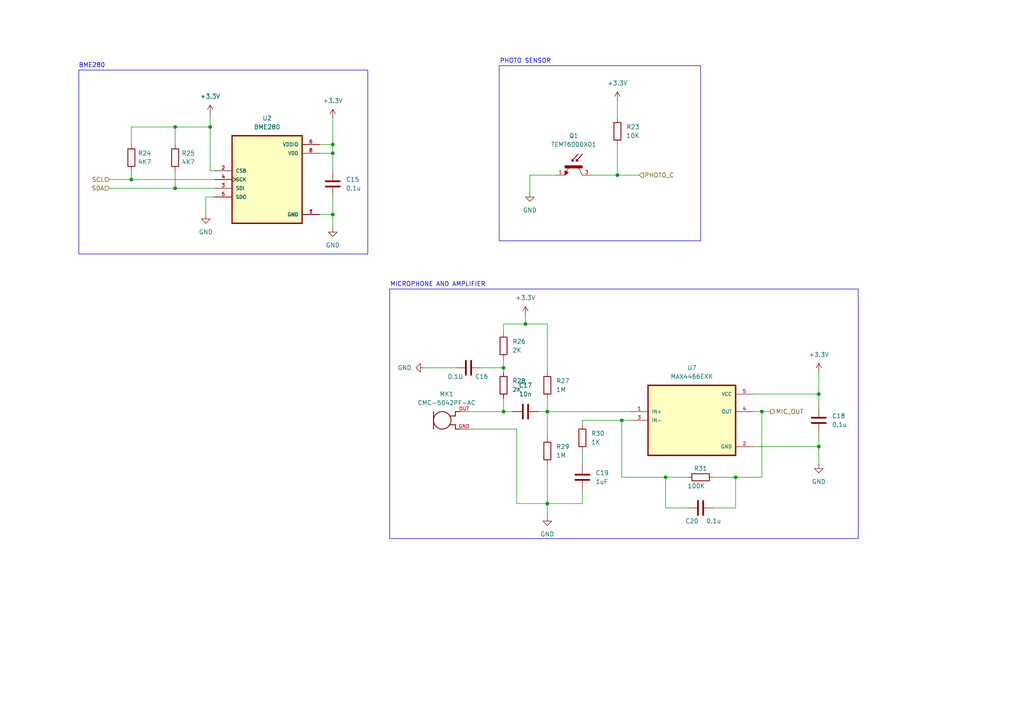
<source format=kicad_sch>
(kicad_sch (version 20250114) (generator "eeschema") (generator_version "9.0")
  (paper "A4")
  (lib_symbols
    (symbol "BME280:BME280" (pin_names (offset 1.016))
      (property "Reference" "U" (at -10.1662 13.3431 0))
      (property "Value" "BME280" (at -10.1683 -15.2524 0))
      (symbol "BME280_0_0"
        (rectangle (start -10.16 -12.7) (end 10.16 12.7) (stroke (width 0.4064)) (fill (type background)))
        (pin input line (at -15.24 2.54 0) (length 5.08) (name "CSB") (number "2"))
        (pin input clock (at -15.24 0 0) (length 5.08) (name "SCK") (number "4"))
        (pin bidirectional line (at -15.24 -2.54 0) (length 5.08) (name "SDI") (number "3"))
        (pin bidirectional line (at -15.24 -5.08 0) (length 5.08) (name "SDO") (number "5"))
        (pin power_in line (at 15.24 10.16 180) (length 5.08) (name "VDDIO") (number "6"))
        (pin power_in line (at 15.24 7.62 180) (length 5.08) (name "VDD") (number "8"))
        (pin power_in line (at 15.24 -10.16 180) (length 5.08) (name "GND") (number "1"))
        (pin power_in line (at 15.24 -10.16 180) (length 5.08) (name "GND") (number "7"))
      )
    )
    (symbol "CMC-5042PF-AC:CMC-5042PF-AC" (pin_names (offset 1.016))
      (property "Reference" "MK" (at -2.5424 5.0848 0))
      (property "Value" "CMC-5042PF-AC" (at -2.5442 -6.3606 0))
      (symbol "CMC-5042PF-AC_0_0"
        (polyline (pts (xy -2.54 2.54) (xy -2.54 -2.54)) (stroke (width 0.254)))
        (circle (center 0 0) (radius 2.54) (stroke (width 0.254)))
        (polyline (pts (xy 3.81 2.54) (xy 3.81 1.27)) (stroke (width 0.254)))
        (polyline (pts (xy 3.81 1.27) (xy 2.2352 1.27)) (stroke (width 0.254)))
        (polyline (pts (xy 3.81 -1.27) (xy 2.2352 -1.27)) (stroke (width 0.254)))
        (polyline (pts (xy 3.81 -2.54) (xy 3.81 -1.27)) (stroke (width 0.254)))
        (polyline (pts (xy 5.08 2.54) (xy 3.81 2.54)) (stroke (width 0.254)))
        (polyline (pts (xy 5.08 -2.54) (xy 3.81 -2.54)) (stroke (width 0.254)))
        (pin output line (at 7.62 2.54 180) (length 2.54) (name "~") (number "OUT"))
        (pin power_in line (at 7.62 -2.54 180) (length 2.54) (name "~") (number "GND"))
      )
    )
    (symbol "Device:C" (pin_numbers (hide yes)) (pin_names (offset 0.254))
      (property "Reference" "C" (at 0.635 2.54 0))
      (property "Value" "C" (at 0.635 -2.54 0))
      (symbol "C_0_1"
        (polyline (pts (xy -2.032 0.762) (xy 2.032 0.762)) (stroke (width 0.508)))
        (polyline (pts (xy -2.032 -0.762) (xy 2.032 -0.762)) (stroke (width 0.508)))
      )
      (symbol "C_1_1"
        (pin passive line (at 0 3.81 270) (length 2.794) (name "~") (number "1"))
        (pin passive line (at 0 -3.81 90) (length 2.794) (name "~") (number "2"))
      )
    )
    (symbol "Device:R" (pin_numbers (hide yes)) (pin_names (offset 0))
      (property "Reference" "R" (at 2.032 0 90))
      (property "Value" "R" (at 0 0 90))
      (symbol "R_0_1"
        (rectangle (start -1.016 -2.54) (end 1.016 2.54) (stroke (width 0.254)))
      )
      (symbol "R_1_1"
        (pin passive line (at 0 3.81 270) (length 1.27) (name "~") (number "1"))
        (pin passive line (at 0 -3.81 90) (length 1.27) (name "~") (number "2"))
      )
    )
    (symbol "MAX4466EXK:MAX4466EXK" (pin_names (offset 1.016))
      (property "Reference" "U" (at -12.7 11.16 0))
      (property "Value" "MAX4466EXK" (at -12.7 -14.16 0))
      (symbol "MAX4466EXK_0_0"
        (rectangle (start -12.7 -10.16) (end 12.7 10.16) (stroke (width 0.41)) (fill (type background)))
        (pin input line (at -17.78 2.54 0) (length 5.08) (name "IN+") (number "1"))
        (pin input line (at -17.78 0 0) (length 5.08) (name "IN-") (number "3"))
        (pin power_in line (at 17.78 7.62 180) (length 5.08) (name "VCC") (number "5"))
        (pin output line (at 17.78 2.54 180) (length 5.08) (name "OUT") (number "4"))
        (pin power_in line (at 17.78 -7.62 180) (length 5.08) (name "GND") (number "2"))
      )
    )
    (symbol "TEMT6000X01:TEMT6000X01" (pin_names (offset 1.016))
      (property "Reference" "Q" (at 5.0999 0 0))
      (property "Value" "TEMT6000X01" (at 5.0887 -2.5444 0))
      (symbol "TEMT6000X01_0_0"
        (polyline (pts (xy -3.556 2.54) (xy -1.524 0.762)) (stroke (width 0.254)))
        (polyline (pts (xy -3.556 1.27) (xy -1.524 -0.508)) (stroke (width 0.254)))
        (polyline (pts (xy -2.032 0.762) (xy -1.524 1.27)) (stroke (width 0.254)))
        (polyline (pts (xy -2.032 -0.508) (xy -1.524 0)) (stroke (width 0.254)))
        (polyline (pts (xy -1.524 1.27) (xy -1.524 0.762)) (stroke (width 0.254)))
        (polyline (pts (xy -1.524 0.762) (xy -2.032 0.762)) (stroke (width 0.254)))
        (polyline (pts (xy -1.524 0) (xy -1.524 -0.508)) (stroke (width 0.254)))
        (polyline (pts (xy -1.524 -0.508) (xy -2.032 -0.508)) (stroke (width 0.254)))
        (rectangle (start -0.2547 -2.5468) (end 0.508 2.54) (stroke (width 0.1)) (fill (type outline)))
        (polyline (pts (xy 1.27 -2.54) (xy 1.778 -1.524)) (stroke (width 0.1524)))
        (polyline (pts (xy 1.524 -2.286) (xy 1.905 -2.286)) (stroke (width 0.254)))
        (polyline (pts (xy 1.524 -2.413) (xy 2.286 -2.413)) (stroke (width 0.254)))
        (polyline (pts (xy 1.54 -2.04) (xy 0.308 -1.424)) (stroke (width 0.1524)))
        (polyline (pts (xy 1.778 -1.524) (xy 2.54 -2.54)) (stroke (width 0.1524)))
        (polyline (pts (xy 1.778 -1.778) (xy 1.524 -2.286)) (stroke (width 0.254)))
        (polyline (pts (xy 1.905 -2.286) (xy 1.778 -2.032)) (stroke (width 0.254)))
        (polyline (pts (xy 2.286 -2.413) (xy 1.778 -1.778)) (stroke (width 0.254)))
        (polyline (pts (xy 2.54 2.54) (xy 0.508 1.524)) (stroke (width 0.1524)))
        (polyline (pts (xy 2.54 -2.54) (xy 1.27 -2.54)) (stroke (width 0.1524)))
        (pin passive line (at 2.54 5.08 270) (length 2.54) (name "~") (number "3"))
        (pin passive line (at 2.54 -5.08 90) (length 2.54) (name "~") (number "1"))
      )
    )
    (symbol "power:+3.3V" (power) (pin_numbers (hide yes)) (pin_names (offset 0) (hide yes))
      (property "Value" "+3.3V" (at 0 3.556 0))
      (symbol "+3.3V_0_1"
        (polyline (pts (xy -0.762 1.27) (xy 0 2.54)))
        (polyline (pts (xy 0 2.54) (xy 0.762 1.27)))
        (polyline (pts (xy 0 0) (xy 0 2.54)))
      )
      (symbol "+3.3V_1_1"
        (pin power_in line (at 0 0 90) (length 0) (name "~") (number "1"))
      )
    )
    (symbol "power:GND" (power) (pin_numbers (hide yes)) (pin_names (offset 0) (hide yes))
      (property "Value" "GND" (at 0 -3.81 0))
      (symbol "GND_0_1"
        (polyline (pts (xy 0 0) (xy 0 -1.27) (xy 1.27 -1.27) (xy 0 -2.54) (xy -1.27 -1.27) (xy 0 -1.27)))
      )
      (symbol "GND_1_1"
        (pin power_in line (at 0 0 270) (length 0) (name "~") (number "1"))
      )
    )
  )
  (rectangle (start 144.78 19.05) (end 203.2 69.85))
  (rectangle (start 113.03 83.82) (end 248.92 156.21))
  (rectangle (start 22.86 20.32) (end 106.68 73.66))
  (text "MICROPHONE AND AMPLIFIER\n" (at 127 82.55 0) (effects (font (size 1.27 1.27))))
  (text "BME280" (at 26.67 19.05 0) (effects (font (size 1.27 1.27))))
  (text "PHOTO SENSOR\n" (at 152.4 17.78 0) (effects (font (size 1.27 1.27))))
  (junction (at 96.52 44.45))
  (junction (at 179.07 50.8))
  (junction (at 96.52 41.91))
  (junction (at 158.75 146.05))
  (junction (at 60.96 36.83))
  (junction (at 213.36 138.43))
  (junction (at 237.49 114.3))
  (junction (at 193.04 138.43))
  (junction (at 50.8 54.61))
  (junction (at 96.52 62.23))
  (junction (at 152.4 93.98))
  (junction (at 146.05 106.68))
  (junction (at 158.75 119.38))
  (junction (at 180.34 121.92))
  (junction (at 220.98 119.38))
  (junction (at 50.8 36.83))
  (junction (at 38.1 52.07))
  (junction (at 237.49 129.54))
  (junction (at 146.05 119.38))
  (wire (pts (xy 158.75 93.98) (xy 158.75 107.95)))
  (wire (pts (xy 50.8 54.61) (xy 62.23 54.61)))
  (wire (pts (xy 96.52 62.23) (xy 96.52 57.15)))
  (wire (pts (xy 193.04 138.43) (xy 193.04 147.32)))
  (wire (pts (xy 96.52 49.53) (xy 96.52 44.45)))
  (wire (pts (xy 123.19 106.68) (xy 132.08 106.68)))
  (wire (pts (xy 38.1 41.91) (xy 38.1 36.83)))
  (wire (pts (xy 152.4 93.98) (xy 158.75 93.98)))
  (wire (pts (xy 149.86 124.46) (xy 149.86 146.05)))
  (wire (pts (xy 179.07 50.8) (xy 171.45 50.8)))
  (wire (pts (xy 237.49 107.95) (xy 237.49 114.3)))
  (wire (pts (xy 31.75 52.07) (xy 38.1 52.07)))
  (wire (pts (xy 146.05 119.38) (xy 148.59 119.38)))
  (wire (pts (xy 237.49 114.3) (xy 237.49 118.11)))
  (wire (pts (xy 180.34 138.43) (xy 180.34 121.92)))
  (wire (pts (xy 193.04 138.43) (xy 180.34 138.43)))
  (wire (pts (xy 168.91 123.19) (xy 168.91 121.92)))
  (wire (pts (xy 62.23 57.15) (xy 59.69 57.15)))
  (wire (pts (xy 213.36 147.32) (xy 213.36 138.43)))
  (wire (pts (xy 213.36 138.43) (xy 220.98 138.43)))
  (wire (pts (xy 168.91 130.81) (xy 168.91 134.62)))
  (wire (pts (xy 31.75 54.61) (xy 50.8 54.61)))
  (wire (pts (xy 60.96 33.02) (xy 60.96 36.83)))
  (wire (pts (xy 146.05 106.68) (xy 146.05 107.95)))
  (wire (pts (xy 146.05 93.98) (xy 146.05 96.52)))
  (wire (pts (xy 218.44 119.38) (xy 220.98 119.38)))
  (wire (pts (xy 218.44 114.3) (xy 237.49 114.3)))
  (wire (pts (xy 179.07 41.91) (xy 179.07 50.8)))
  (wire (pts (xy 149.86 146.05) (xy 158.75 146.05)))
  (wire (pts (xy 135.89 119.38) (xy 146.05 119.38)))
  (wire (pts (xy 179.07 29.21) (xy 179.07 34.29)))
  (wire (pts (xy 50.8 49.53) (xy 50.8 54.61)))
  (wire (pts (xy 135.89 124.46) (xy 149.86 124.46)))
  (wire (pts (xy 168.91 121.92) (xy 180.34 121.92)))
  (wire (pts (xy 218.44 129.54) (xy 237.49 129.54)))
  (wire (pts (xy 146.05 93.98) (xy 152.4 93.98)))
  (wire (pts (xy 96.52 44.45) (xy 96.52 41.91)))
  (wire (pts (xy 158.75 127) (xy 158.75 119.38)))
  (wire (pts (xy 96.52 41.91) (xy 96.52 34.29)))
  (wire (pts (xy 60.96 36.83) (xy 60.96 49.53)))
  (wire (pts (xy 207.01 138.43) (xy 213.36 138.43)))
  (wire (pts (xy 161.29 50.8) (xy 153.67 50.8)))
  (wire (pts (xy 92.71 44.45) (xy 96.52 44.45)))
  (wire (pts (xy 38.1 36.83) (xy 50.8 36.83)))
  (wire (pts (xy 237.49 129.54) (xy 237.49 125.73)))
  (wire (pts (xy 50.8 36.83) (xy 60.96 36.83)))
  (wire (pts (xy 158.75 115.57) (xy 158.75 119.38)))
  (wire (pts (xy 207.01 147.32) (xy 213.36 147.32)))
  (wire (pts (xy 62.23 49.53) (xy 60.96 49.53)))
  (wire (pts (xy 153.67 50.8) (xy 153.67 55.88)))
  (wire (pts (xy 139.7 106.68) (xy 146.05 106.68)))
  (wire (pts (xy 237.49 129.54) (xy 237.49 134.62)))
  (wire (pts (xy 92.71 41.91) (xy 96.52 41.91)))
  (wire (pts (xy 220.98 119.38) (xy 223.52 119.38)))
  (wire (pts (xy 156.21 119.38) (xy 158.75 119.38)))
  (wire (pts (xy 96.52 62.23) (xy 96.52 66.04)))
  (wire (pts (xy 179.07 50.8) (xy 185.42 50.8)))
  (wire (pts (xy 59.69 57.15) (xy 59.69 62.23)))
  (wire (pts (xy 199.39 147.32) (xy 193.04 147.32)))
  (wire (pts (xy 158.75 146.05) (xy 168.91 146.05)))
  (wire (pts (xy 168.91 142.24) (xy 168.91 146.05)))
  (wire (pts (xy 220.98 119.38) (xy 220.98 138.43)))
  (wire (pts (xy 38.1 52.07) (xy 62.23 52.07)))
  (wire (pts (xy 146.05 115.57) (xy 146.05 119.38)))
  (wire (pts (xy 146.05 104.14) (xy 146.05 106.68)))
  (wire (pts (xy 38.1 49.53) (xy 38.1 52.07)))
  (wire (pts (xy 180.34 121.92) (xy 182.88 121.92)))
  (wire (pts (xy 92.71 62.23) (xy 96.52 62.23)))
  (wire (pts (xy 199.39 138.43) (xy 193.04 138.43)))
  (wire (pts (xy 158.75 119.38) (xy 182.88 119.38)))
  (wire (pts (xy 158.75 146.05) (xy 158.75 149.86)))
  (wire (pts (xy 158.75 134.62) (xy 158.75 146.05)))
  (wire (pts (xy 152.4 91.44) (xy 152.4 93.98)))
  (wire (pts (xy 50.8 41.91) (xy 50.8 36.83)))
  (hierarchical_label "SCL" (shape input) (at 31.75 52.07 180))
  (hierarchical_label "SDA" (shape input) (at 31.75 54.61 180))
  (hierarchical_label "PHOTO_C" (shape input) (at 185.42 50.8 0))
  (hierarchical_label "MIC_OUT" (shape output) (at 223.52 119.38 0))
  (symbol (lib_id "BME280:BME280") (at 77.47 52.07 0) (unit 1)
    (property "Reference" "U2" (at 77.47 34.29 0))
    (property "Value" "BME280" (at 77.47 36.83 0))
    (property "Footprint" "ESP32 Project Footprints:PSON65P250X250X100-8N" (effects (hide yes)))
    (property "MF" "Bosch" (effects (hide yes)))
    (property "DESCRIPTION" "Integrated pressure, humidity and temperature sensor; 8-pin 2.5x2.5x0.93mm LGA" (effects (hide yes)))
    (property "PACKAGE" "LGA-8 Bosch" (effects (hide yes)))
    (property "PRICE" "4.94 USD" (effects (hide yes)))
    (property "Package" "LGA-8 Bosch" (effects (hide yes)))
    (property "Check_prices" "https://www.snapeda.com/parts/BME280/Bosch+Sensortec/view-part/?ref=eda" (effects (hide yes)))
    (property "STANDARD" "IPC-7351B" (effects (hide yes)))
    (property "SnapEDA_Link" "https://www.snapeda.com/parts/BME280/Bosch+Sensortec/view-part/?ref=snap" (effects (hide yes)))
    (property "MP" "BME280" (effects (hide yes)))
    (property "Price" "None" (effects (hide yes)))
    (property "Availability" "In Stock" (effects (hide yes)))
    (property "AVAILABILITY" "Good" (effects (hide yes)))
    (property "Description_1" "Board Mount Humidity Sensors MEMS humidity, pressure and temperature sensor" (effects (hide yes)))
  )
  (symbol (lib_id "Device:R") (at 50.8 45.72 180) (unit 1)
    (property "Reference" "R25" (at 54.61 44.45 0))
    (property "Value" "4K7" (at 54.61 46.99 0))
    (property "Footprint" "Resistor_SMD:R_0805_2012Metric" (effects (hide yes)))
    (property "Description" "Resistor" (effects (hide yes)))
  )
  (symbol (lib_id "Device:C") (at 152.4 119.38 90) (unit 1)
    (property "Reference" "C17" (at 152.4 111.76 90))
    (property "Value" "10n" (at 152.4 114.3 90))
    (property "Footprint" "Capacitor_SMD:C_0805_2012Metric" (effects (hide yes)))
    (property "Description" "Unpolarized capacitor" (effects (hide yes)))
  )
  (symbol (lib_id "Device:R") (at 168.91 127 0) (unit 1)
    (property "Reference" "R30" (at 171.45 125.7299 0) (effects (justify left)))
    (property "Value" "1K" (at 171.45 128.2699 0) (effects (justify left)))
    (property "Footprint" "Resistor_SMD:R_0805_2012Metric" (effects (hide yes)))
    (property "Description" "Resistor" (effects (hide yes)))
  )
  (symbol (lib_id "power:GND") (at 158.75 149.86 0) (unit 1)
    (property "Reference" "#PWR043" (effects (hide yes)))
    (property "Value" "GND" (at 158.75 154.94 0))
    (property "Description" "Power symbol creates a global label with name \"GND\" , ground" (effects (hide yes)))
  )
  (symbol (lib_id "Device:R") (at 179.07 38.1 0) (unit 1)
    (property "Reference" "R23" (at 181.61 36.8299 0) (effects (justify left)))
    (property "Value" "10K" (at 181.61 39.3699 0) (effects (justify left)))
    (property "Footprint" "Resistor_SMD:R_0805_2012Metric" (effects (hide yes)))
    (property "Description" "Resistor" (effects (hide yes)))
  )
  (symbol (lib_id "Device:C") (at 168.91 138.43 0) (unit 1)
    (property "Reference" "C19" (at 172.72 137.1599 0) (effects (justify left)))
    (property "Value" "1uF" (at 172.72 139.6999 0) (effects (justify left)))
    (property "Footprint" "Capacitor_SMD:C_0805_2012Metric" (effects (hide yes)))
    (property "Description" "Unpolarized capacitor" (effects (hide yes)))
  )
  (symbol (lib_id "power:GND") (at 123.19 106.68 270) (unit 1)
    (property "Reference" "#PWR045" (effects (hide yes)))
    (property "Value" "GND" (at 119.38 106.6799 90) (effects (justify right)))
    (property "Description" "Power symbol creates a global label with name \"GND\" , ground" (effects (hide yes)))
  )
  (symbol (lib_id "power:+3.3V") (at 152.4 91.44 0) (unit 1)
    (property "Reference" "#PWR044" (effects (hide yes)))
    (property "Value" "+3.3V" (at 152.4 86.36 0))
    (property "Description" "Power symbol creates a global label with name \"+3.3V\"" (effects (hide yes)))
  )
  (symbol (lib_id "power:+3.3V") (at 237.49 107.95 0) (unit 1)
    (property "Reference" "#PWR041" (effects (hide yes)))
    (property "Value" "+3.3V" (at 237.49 102.87 0))
    (property "Description" "Power symbol creates a global label with name \"+3.3V\"" (effects (hide yes)))
  )
  (symbol (lib_id "Device:R") (at 158.75 111.76 0) (unit 1)
    (property "Reference" "R27" (at 161.29 110.4899 0) (effects (justify left)))
    (property "Value" "1M" (at 161.29 113.0299 0) (effects (justify left)))
    (property "Footprint" "Resistor_SMD:R_0805_2012Metric" (effects (hide yes)))
    (property "Description" "Resistor" (effects (hide yes)))
  )
  (symbol (lib_id "power:GND") (at 153.67 55.88 0) (unit 1)
    (property "Reference" "#PWR040" (effects (hide yes)))
    (property "Value" "GND" (at 153.67 60.96 0))
    (property "Description" "Power symbol creates a global label with name \"GND\" , ground" (effects (hide yes)))
  )
  (symbol (lib_id "CMC-5042PF-AC:CMC-5042PF-AC") (at 128.27 121.92 0) (unit 1)
    (property "Reference" "MK1" (at 129.54 114.3 0))
    (property "Value" "CMC-5042PF-AC" (at 129.54 116.84 0))
    (property "Footprint" "ESP32 Project Footprints:CUI_CMC-5042PF-AC" (effects (hide yes)))
    (property "MF" "Same Sky" (effects (hide yes)))
    (property "Description_1" "6.0 mm, Omnidirectional, PCB Mount, 2.0 Vdc, Electret Condenser Microphone" (effects (hide yes)))
    (property "Package" "None" (effects (hide yes)))
    (property "Price" "None" (effects (hide yes)))
    (property "Check_prices" "https://www.snapeda.com/parts/CMC-5042PF-AC/Same+Sky/view-part/?ref=eda" (effects (hide yes)))
    (property "STANDARD" "Manufacturer recommendations" (effects (hide yes)))
    (property "SnapEDA_Link" "https://www.snapeda.com/parts/CMC-5042PF-AC/Same+Sky/view-part/?ref=snap" (effects (hide yes)))
    (property "MP" "CMC-5042PF-AC" (effects (hide yes)))
    (property "Availability" "In Stock" (effects (hide yes)))
    (property "MANUFACTURER" "CUI INC" (effects (hide yes)))
  )
  (symbol (lib_id "Device:C") (at 203.2 147.32 90) (unit 1)
    (property "Reference" "C20" (at 200.66 151.13 90))
    (property "Value" "0.1u" (at 207.01 151.13 90))
    (property "Footprint" "Capacitor_SMD:C_0805_2012Metric" (effects (hide yes)))
    (property "Description" "Unpolarized capacitor" (effects (hide yes)))
  )
  (symbol (lib_id "Device:C") (at 135.89 106.68 90) (unit 1)
    (property "Reference" "C16" (at 139.7 109.22 90))
    (property "Value" "0.1U" (at 132.08 109.22 90))
    (property "Footprint" "Capacitor_SMD:C_0805_2012Metric" (effects (hide yes)))
    (property "Description" "Unpolarized capacitor" (effects (hide yes)))
  )
  (symbol (lib_id "power:GND") (at 237.49 134.62 0) (unit 1)
    (property "Reference" "#PWR042" (effects (hide yes)))
    (property "Value" "GND" (at 237.49 139.7 0))
    (property "Description" "Power symbol creates a global label with name \"GND\" , ground" (effects (hide yes)))
  )
  (symbol (lib_id "Device:R") (at 158.75 130.81 0) (unit 1)
    (property "Reference" "R29" (at 161.29 129.5399 0) (effects (justify left)))
    (property "Value" "1M" (at 161.29 132.0799 0) (effects (justify left)))
    (property "Footprint" "Resistor_SMD:R_0805_2012Metric" (effects (hide yes)))
    (property "Description" "Resistor" (effects (hide yes)))
  )
  (symbol (lib_id "power:+3.3V") (at 96.52 34.29 0) (unit 1)
    (property "Reference" "#PWR038" (effects (hide yes)))
    (property "Value" "+3.3V" (at 96.52 29.21 0))
    (property "Description" "Power symbol creates a global label with name \"+3.3V\"" (effects (hide yes)))
  )
  (symbol (lib_id "Device:C") (at 96.52 53.34 0) (unit 1)
    (property "Reference" "C15" (at 100.33 52.0699 0) (effects (justify left)))
    (property "Value" "0.1u" (at 100.33 54.6099 0) (effects (justify left)))
    (property "Footprint" "Capacitor_SMD:C_0805_2012Metric" (effects (hide yes)))
    (property "Description" "Unpolarized capacitor" (effects (hide yes)))
  )
  (symbol (lib_id "power:GND") (at 59.69 62.23 0) (unit 1)
    (property "Reference" "#PWR037" (effects (hide yes)))
    (property "Value" "GND" (at 59.69 67.31 0))
    (property "Description" "Power symbol creates a global label with name \"GND\" , ground" (effects (hide yes)))
  )
  (symbol (lib_id "MAX4466EXK:MAX4466EXK") (at 200.66 121.92 0) (unit 1)
    (property "Reference" "U7" (at 200.66 106.68 0))
    (property "Value" "MAX4466EXK" (at 200.66 109.22 0))
    (property "Footprint" "ESP32 Project Footprints:SOT65P210X110-5N" (effects (hide yes)))
    (property "MF" "Analog Devices" (effects (hide yes)))
    (property "Description_1" "Amplifier IC 1-Channel (Mono) Class AB SC-70-5" (effects (hide yes)))
    (property "Package" "SC-70-5 Maxim" (effects (hide yes)))
    (property "Price" "None" (effects (hide yes)))
    (property "SnapEDA_Link" "https://www.snapeda.com/parts/MAX4466EXK/Analog+Devices/view-part/?ref=snap" (effects (hide yes)))
    (property "MP" "MAX4466EXK" (effects (hide yes)))
    (property "Availability" "In Stock" (effects (hide yes)))
    (property "Check_prices" "https://www.snapeda.com/parts/MAX4466EXK/Analog+Devices/view-part/?ref=eda" (effects (hide yes)))
  )
  (symbol (lib_id "TEMT6000X01:TEMT6000X01") (at 166.37 48.26 270) (unit 1)
    (property "Reference" "Q1" (at 166.3954 39.37 90))
    (property "Value" "TEMT6000X01" (at 166.3954 41.91 90))
    (property "Footprint" "ESP32 Project Footprints:TRANS_TEMT6000X01" (effects (hide yes)))
    (property "MF" "Vishay Semiconductor" (effects (hide yes)))
    (property "Description_1" "Phototransistors 570nm Top View 1206 (3216 Metric)" (effects (hide yes)))
    (property "Package" "1206 Vishay" (effects (hide yes)))
    (property "Price" "None" (effects (hide yes)))
    (property "Check_prices" "https://www.snapeda.com/parts/TEMT6000X01/Vishay+Semiconductor+Opto+Division/view-part/?ref=eda" (effects (hide yes)))
    (property "STANDARD" "Manufacturer Recommendations" (effects (hide yes)))
    (property "PARTREV" "1.9" (effects (hide yes)))
    (property "SnapEDA_Link" "https://www.snapeda.com/parts/TEMT6000X01/Vishay+Semiconductor+Opto+Division/view-part/?ref=snap" (effects (hide yes)))
    (property "MP" "TEMT6000X01" (effects (hide yes)))
    (property "Availability" "In Stock" (effects (hide yes)))
    (property "MANUFACTURER" "VISHAY" (effects (hide yes)))
  )
  (symbol (lib_id "Device:C") (at 237.49 121.92 0) (unit 1)
    (property "Reference" "C18" (at 241.3 120.6499 0) (effects (justify left)))
    (property "Value" "0.1u" (at 241.3 123.1899 0) (effects (justify left)))
    (property "Footprint" "Capacitor_SMD:C_0805_2012Metric" (effects (hide yes)))
    (property "Description" "Unpolarized capacitor" (effects (hide yes)))
  )
  (symbol (lib_id "Device:R") (at 203.2 138.43 90) (unit 1)
    (property "Reference" "R31" (at 203.2 135.89 90))
    (property "Value" "100K" (at 201.93 140.97 90))
    (property "Footprint" "Resistor_SMD:R_0805_2012Metric" (effects (hide yes)))
    (property "Description" "Resistor" (effects (hide yes)))
  )
  (symbol (lib_id "Device:R") (at 38.1 45.72 180) (unit 1)
    (property "Reference" "R24" (at 41.937 44.4229 0))
    (property "Value" "4K7" (at 41.937 46.9629 0))
    (property "Footprint" "Resistor_SMD:R_0805_2012Metric" (effects (hide yes)))
    (property "Description" "Resistor" (effects (hide yes)))
  )
  (symbol (lib_id "power:GND") (at 96.52 66.04 0) (unit 1)
    (property "Reference" "#PWR057" (effects (hide yes)))
    (property "Value" "GND" (at 96.52 71.12 0))
    (property "Description" "Power symbol creates a global label with name \"GND\" , ground" (effects (hide yes)))
  )
  (symbol (lib_id "Device:R") (at 146.05 111.76 0) (unit 1)
    (property "Reference" "R28" (at 148.59 110.4899 0) (effects (justify left)))
    (property "Value" "2K" (at 148.59 113.0299 0) (effects (justify left)))
    (property "Footprint" "Resistor_SMD:R_0805_2012Metric" (effects (hide yes)))
    (property "Description" "Resistor" (effects (hide yes)))
  )
  (symbol (lib_id "power:+3.3V") (at 60.96 33.02 0) (unit 1)
    (property "Reference" "#PWR036" (effects (hide yes)))
    (property "Value" "+3.3V" (at 60.96 27.94 0))
    (property "Description" "Power symbol creates a global label with name \"+3.3V\"" (effects (hide yes)))
  )
  (symbol (lib_id "Device:R") (at 146.05 100.33 0) (unit 1)
    (property "Reference" "R26" (at 148.59 99.0599 0) (effects (justify left)))
    (property "Value" "2K" (at 148.59 101.5999 0) (effects (justify left)))
    (property "Footprint" "Resistor_SMD:R_0805_2012Metric" (effects (hide yes)))
    (property "Description" "Resistor" (effects (hide yes)))
  )
  (symbol (lib_id "power:+3.3V") (at 179.07 29.21 0) (unit 1)
    (property "Reference" "#PWR039" (effects (hide yes)))
    (property "Value" "+3.3V" (at 179.07 24.13 0))
    (property "Description" "Power symbol creates a global label with name \"+3.3V\"" (effects (hide yes)))
  )
)
</source>
